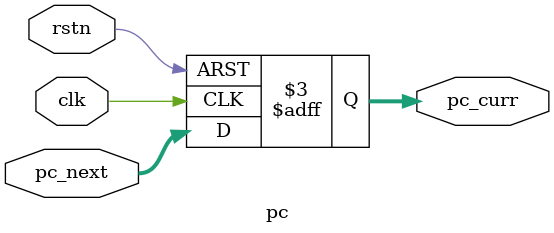
<source format=sv>

module pc(
    input logic clk,        
    input logic rstn,
    input logic [31:0] pc_next, 
    output logic [31:0] pc_curr //terhubung ke addr rom
);

always_ff @(negedge clk or negedge rstn) begin
    if(!rstn) begin
        pc_curr <= 32'h0;
    end
    else begin
        pc_curr <= pc_next;
    end
end
    
endmodule
</source>
